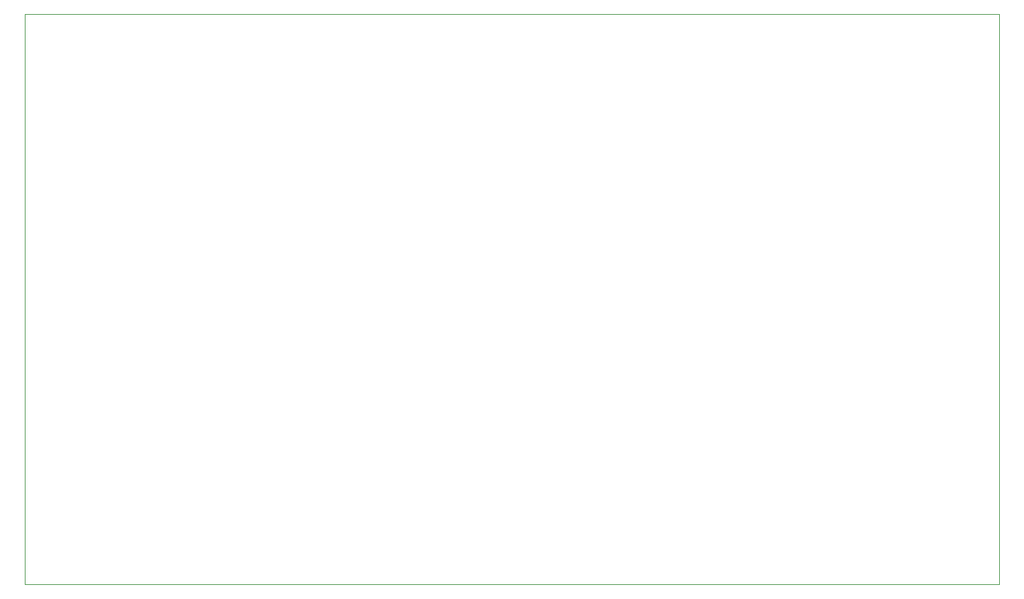
<source format=gbr>
%TF.GenerationSoftware,KiCad,Pcbnew,9.0.4*%
%TF.CreationDate,2025-10-02T23:38:03+05:30*%
%TF.ProjectId,Class_D Amplifier,436c6173-735f-4442-9041-6d706c696669,rev?*%
%TF.SameCoordinates,Original*%
%TF.FileFunction,Profile,NP*%
%FSLAX46Y46*%
G04 Gerber Fmt 4.6, Leading zero omitted, Abs format (unit mm)*
G04 Created by KiCad (PCBNEW 9.0.4) date 2025-10-02 23:38:03*
%MOMM*%
%LPD*%
G01*
G04 APERTURE LIST*
%TA.AperFunction,Profile*%
%ADD10C,0.050000*%
%TD*%
G04 APERTURE END LIST*
D10*
X63500000Y-53000000D02*
X186500000Y-53000000D01*
X186500000Y-125000000D01*
X63500000Y-125000000D01*
X63500000Y-53000000D01*
M02*

</source>
